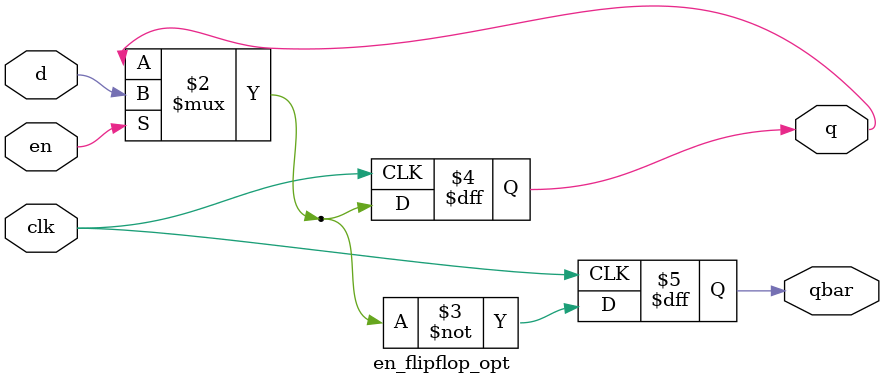
<source format=v>
`timescale 1ns / 1ps


module en_flipflop_opt(
    input clk, d, en,
    output reg q, qbar
    );
    

    always @ (posedge clk) begin
        q = en ? d : q;
        qbar = ~q;
    end

    
       /* same code with above
    always @ (posedge clk) begin
        if(en) q <= d;    //using q reg
        else; //storing last data in q, by making ratch
        qbar <= ~q;      
    end
        */
    
endmodule

</source>
